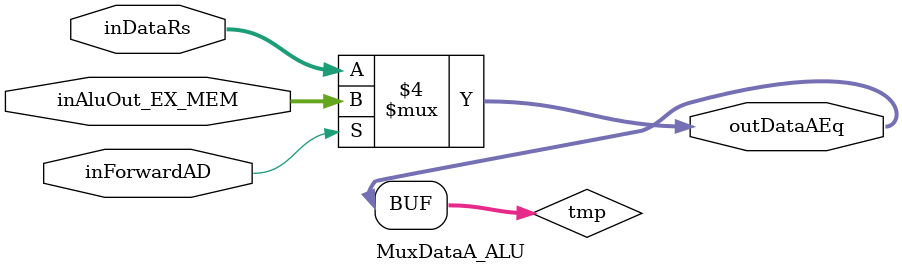
<source format=v>
`timescale 1ns / 1ps
module MuxDataA_ALU(
	input [31:0] inDataRs,inAluOut_EX_MEM,
	input inForwardAD,
	output [31:0] outDataAEq
    );
	 
 reg [31:0] tmp = 0;

always @(*)
begin
	if(inForwardAD)
		begin
			tmp = inAluOut_EX_MEM;
		end
	
	else
		begin
			tmp = inDataRs;
		end
end
assign outDataAEq = tmp;

endmodule

</source>
